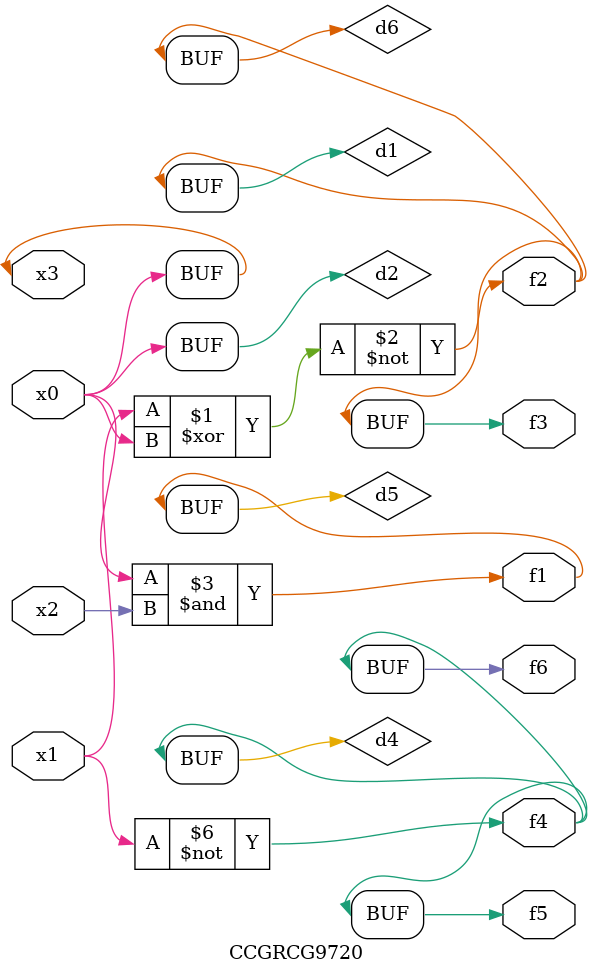
<source format=v>
module CCGRCG9720(
	input x0, x1, x2, x3,
	output f1, f2, f3, f4, f5, f6
);

	wire d1, d2, d3, d4, d5, d6;

	xnor (d1, x1, x3);
	buf (d2, x0, x3);
	nand (d3, x0, x2);
	not (d4, x1);
	nand (d5, d3);
	or (d6, d1);
	assign f1 = d5;
	assign f2 = d6;
	assign f3 = d6;
	assign f4 = d4;
	assign f5 = d4;
	assign f6 = d4;
endmodule

</source>
